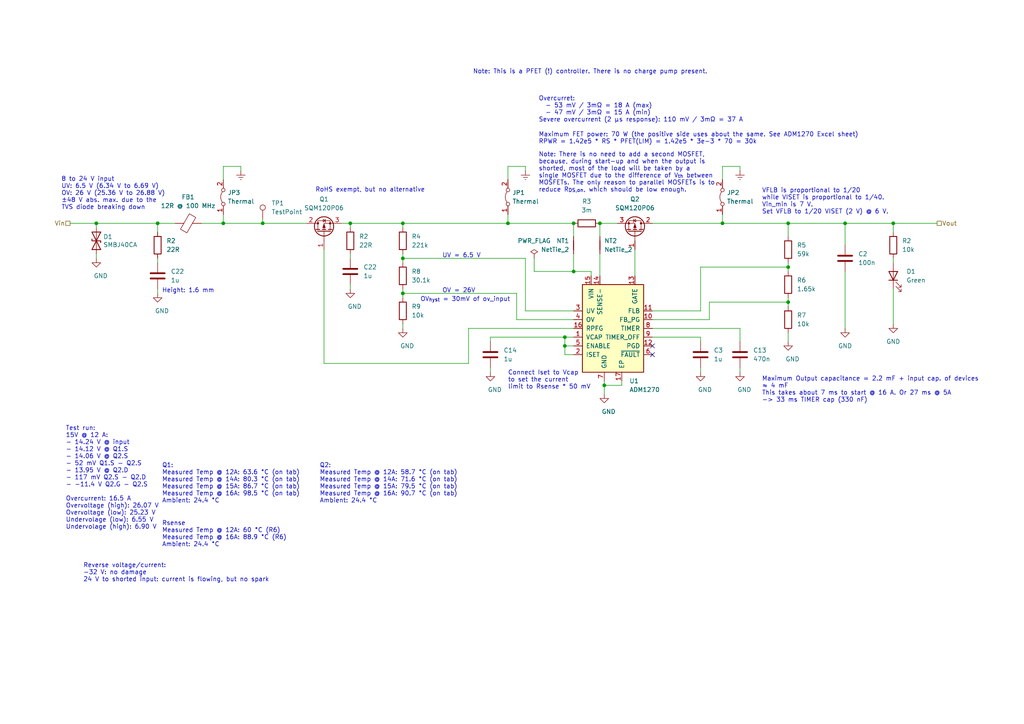
<source format=kicad_sch>
(kicad_sch (version 20230121) (generator eeschema)
  (paper "A4")
  (title_block (title "Positive rail input protection") (date "2023-11-21") (rev "2.1.0") (comment 1 "Copyright (©) 2023, Patrick Baus <patrick.baus@physik.tu-darmstadt.de>") (comment 2 "Licensed under CERN OHL v.1.2"))
  (lib_symbols
    (symbol "ADI:ADM1270ACPZ" (pin_names (offset 1.016))
      (property "Reference" "U" (at -8.89 -15.24 0))
      (property "Value" "ADM1270" (at 2.54 -15.24 0))
      (symbol "ADM1270ACPZ_0_1"
        (rectangle (start -8.89 12.7) (end 8.89 -12.7) (stroke (width 0.254)) (fill (type background)))
      )
      (symbol "ADM1270ACPZ_1_0"
        (pin power_in line (at 2.54 -15.24 90) (length 2.54) (name "EP") (number "17"))
        (pin power_in line (at -2.54 -15.24 90) (length 2.54) (name "GND") (number "7"))
      )
      (symbol "ADM1270ACPZ_1_1"
        (pin power_out line (at -11.43 -2.54 0) (length 2.54) (name "VCAP") (number "1"))
        (pin input line (at 11.43 2.54 180) (length 2.54) (name "FB_PG") (number "10"))
        (pin input line (at 11.43 5.08 180) (length 2.54) (name "FLB") (number "11"))
        (pin open_collector line (at 11.43 -5.08 180) (length 2.54) (name "PGD") (number "12"))
        (pin output line (at 6.35 15.24 270) (length 2.54) (name "GATE") (number "13"))
        (pin input line (at -3.81 15.24 270) (length 2.54) (name "SENSE-") (number "14"))
        (pin power_in line (at -6.35 15.24 270) (length 2.54) (name "VIN") (number "15"))
        (pin output line (at -11.43 0 0) (length 2.54) (name "RPFG") (number "16"))
        (pin input line (at -11.43 -7.62 0) (length 2.54) (name "ISET") (number "2"))
        (pin input line (at -11.43 5.08 0) (length 2.54) (name "UV") (number "3"))
        (pin input line (at -11.43 2.54 0) (length 2.54) (name "OV") (number "4"))
        (pin input line (at -11.43 -5.08 0) (length 2.54) (name "ENABLE") (number "5"))
        (pin open_collector line (at 11.43 -7.62 180) (length 2.54) (name "~{FAULT}") (number "6"))
        (pin input line (at 11.43 0 180) (length 2.54) (name "TIMER") (number "8"))
        (pin input line (at 11.43 -2.54 180) (length 2.54) (name "TIMER_OFF") (number "9"))
      )
    )
    (symbol "Connector:TestPoint" (pin_numbers hide) (pin_names (offset 0.762) hide)
      (property "Reference" "TP" (at 0 6.858 0))
      (property "Value" "TestPoint" (at 0 5.08 0))
      (symbol "TestPoint_0_1"
        (circle (center 0 3.302) (radius 0.762))
      )
      (symbol "TestPoint_1_1"
        (pin passive line (at 0 0 90) (length 2.54) (name "1") (number "1"))
      )
    )
    (symbol "Device:C" (pin_numbers hide) (pin_names (offset 0.254))
      (property "Reference" "C" (at 0.635 2.54 0))
      (property "Value" "C" (at 0.635 -2.54 0))
      (symbol "C_0_1"
        (polyline (pts (xy -2.032 -0.762) (xy 2.032 -0.762)) (stroke (width 0.508)))
        (polyline (pts (xy -2.032 0.762) (xy 2.032 0.762)) (stroke (width 0.508)))
      )
      (symbol "C_1_1"
        (pin passive line (at 0 3.81 270) (length 2.794) (name "~") (number "1"))
        (pin passive line (at 0 -3.81 90) (length 2.794) (name "~") (number "2"))
      )
    )
    (symbol "Device:D_TVS" (pin_numbers hide) (pin_names (offset 1.016) hide)
      (property "Reference" "D" (at 0 2.54 0))
      (property "Value" "D_TVS" (at 0 -2.54 0))
      (symbol "D_TVS_0_1"
        (polyline (pts (xy 1.27 0) (xy -1.27 0)))
        (polyline (pts (xy 0.508 1.27) (xy 0 1.27) (xy 0 -1.27) (xy -0.508 -1.27)) (stroke (width 0.254)))
        (polyline (pts (xy -2.54 1.27) (xy -2.54 -1.27) (xy 2.54 1.27) (xy 2.54 -1.27) (xy -2.54 1.27)) (stroke (width 0.254)))
      )
      (symbol "D_TVS_1_1"
        (pin passive line (at -3.81 0 0) (length 2.54) (name "A1") (number "1"))
        (pin passive line (at 3.81 0 180) (length 2.54) (name "A2") (number "2"))
      )
    )
    (symbol "Device:FerriteBead" (pin_numbers hide) (pin_names (offset 0))
      (property "Reference" "FB" (at -3.81 0.635 90))
      (property "Value" "FerriteBead" (at 3.81 0 90))
      (symbol "FerriteBead_0_1"
        (polyline (pts (xy 0 -1.27) (xy 0 -1.2192)))
        (polyline (pts (xy 0 1.27) (xy 0 1.2954)))
        (polyline (pts (xy -2.7686 0.4064) (xy -1.7018 2.2606) (xy 2.7686 -0.3048) (xy 1.6764 -2.159) (xy -2.7686 0.4064)))
      )
      (symbol "FerriteBead_1_1"
        (pin passive line (at 0 3.81 270) (length 2.54) (name "~") (number "1"))
        (pin passive line (at 0 -3.81 90) (length 2.54) (name "~") (number "2"))
      )
    )
    (symbol "Device:LED" (pin_numbers hide) (pin_names (offset 1.016) hide)
      (property "Reference" "D" (at 0 2.54 0))
      (property "Value" "LED" (at 0 -2.54 0))
      (symbol "LED_0_1"
        (polyline (pts (xy -1.27 -1.27) (xy -1.27 1.27)) (stroke (width 0.254)))
        (polyline (pts (xy -1.27 0) (xy 1.27 0)))
        (polyline (pts (xy 1.27 -1.27) (xy 1.27 1.27) (xy -1.27 0) (xy 1.27 -1.27)) (stroke (width 0.254)))
        (polyline (pts (xy -3.048 -0.762) (xy -4.572 -2.286) (xy -3.81 -2.286) (xy -4.572 -2.286) (xy -4.572 -1.524)))
        (polyline (pts (xy -1.778 -0.762) (xy -3.302 -2.286) (xy -2.54 -2.286) (xy -3.302 -2.286) (xy -3.302 -1.524)))
      )
      (symbol "LED_1_1"
        (pin passive line (at -3.81 0 0) (length 2.54) (name "K") (number "1"))
        (pin passive line (at 3.81 0 180) (length 2.54) (name "A") (number "2"))
      )
    )
    (symbol "Device:NetTie_2" (pin_numbers hide) (pin_names (offset 0) hide) (in_bom no)
      (property "Reference" "NT" (at 0 1.27 0))
      (property "Value" "NetTie_2" (at 0 -1.27 0))
      (symbol "NetTie_2_0_1"
        (polyline (pts (xy -1.27 0) (xy 1.27 0)) (stroke (width 0.254)))
      )
      (symbol "NetTie_2_1_1"
        (pin passive line (at -2.54 0 0) (length 2.54) (name "1") (number "1"))
        (pin passive line (at 2.54 0 180) (length 2.54) (name "2") (number "2"))
      )
    )
    (symbol "Device:Q_PMOS_GDS" (pin_names (offset 0) hide)
      (property "Reference" "Q" (at 5.08 1.27 0))
      (property "Value" "Q_PMOS_GDS" (at 5.08 -1.27 0))
      (symbol "Q_PMOS_GDS_0_1"
        (polyline (pts (xy 0.254 0) (xy -2.54 0)))
        (polyline (pts (xy 0.254 1.905) (xy 0.254 -1.905)) (stroke (width 0.254)))
        (polyline (pts (xy 0.762 -1.27) (xy 0.762 -2.286)) (stroke (width 0.254)))
        (polyline (pts (xy 0.762 0.508) (xy 0.762 -0.508)) (stroke (width 0.254)))
        (polyline (pts (xy 0.762 2.286) (xy 0.762 1.27)) (stroke (width 0.254)))
        (polyline (pts (xy 2.54 2.54) (xy 2.54 1.778)))
        (polyline (pts (xy 2.54 -2.54) (xy 2.54 0) (xy 0.762 0)))
        (polyline (pts (xy 0.762 1.778) (xy 3.302 1.778) (xy 3.302 -1.778) (xy 0.762 -1.778)))
        (polyline (pts (xy 2.286 0) (xy 1.27 0.381) (xy 1.27 -0.381) (xy 2.286 0)) (fill (type outline)))
        (polyline (pts (xy 2.794 -0.508) (xy 2.921 -0.381) (xy 3.683 -0.381) (xy 3.81 -0.254)))
        (polyline (pts (xy 3.302 -0.381) (xy 2.921 0.254) (xy 3.683 0.254) (xy 3.302 -0.381)))
        (circle (center 1.651 0) (radius 2.794) (stroke (width 0.254)))
        (circle (center 2.54 -1.778) (radius 0.254) (fill (type outline)))
        (circle (center 2.54 1.778) (radius 0.254) (fill (type outline)))
      )
      (symbol "Q_PMOS_GDS_1_1"
        (pin input line (at -5.08 0 0) (length 2.54) (name "G") (number "1"))
        (pin passive line (at 2.54 5.08 270) (length 2.54) (name "D") (number "2"))
        (pin passive line (at 2.54 -5.08 90) (length 2.54) (name "S") (number "3"))
      )
    )
    (symbol "Device:R" (pin_numbers hide) (pin_names (offset 0))
      (property "Reference" "R" (at 2.032 0 90))
      (property "Value" "R" (at 0 0 90))
      (symbol "R_0_1"
        (rectangle (start -1.016 -2.54) (end 1.016 2.54) (stroke (width 0.254)))
      )
      (symbol "R_1_1"
        (pin passive line (at 0 3.81 270) (length 1.27) (name "~") (number "1"))
        (pin passive line (at 0 -3.81 90) (length 1.27) (name "~") (number "2"))
      )
    )
    (symbol "Jumper:Jumper_2_Bridged" (pin_names (offset 0) hide)
      (property "Reference" "JP" (at 0 1.905 0))
      (property "Value" "Jumper_2_Bridged" (at 0 -2.54 0))
      (symbol "Jumper_2_Bridged_0_0"
        (circle (center -2.032 0) (radius 0.508))
        (circle (center 2.032 0) (radius 0.508))
      )
      (symbol "Jumper_2_Bridged_0_1"
        (arc (start 1.524 0.254) (mid 0 0.762) (end -1.524 0.254))
      )
      (symbol "Jumper_2_Bridged_1_1"
        (pin passive line (at -5.08 0 0) (length 2.54) (name "A") (number "1"))
        (pin passive line (at 5.08 0 180) (length 2.54) (name "B") (number "2"))
      )
    )
    (symbol "power:Earth" (power) (pin_names (offset 0))
      (symbol "Earth_0_1"
        (polyline (pts (xy -0.635 -1.905) (xy 0.635 -1.905)))
        (polyline (pts (xy -0.127 -2.54) (xy 0.127 -2.54)))
        (polyline (pts (xy 0 -1.27) (xy 0 0)))
        (polyline (pts (xy 1.27 -1.27) (xy -1.27 -1.27)))
      )
      (symbol "Earth_1_1"
        (pin power_in line (at 0 0 270) (length 0) hide (name "Earth") (number "1"))
      )
    )
    (symbol "power:GND" (power) (pin_names (offset 0))
      (property "Value" "GND" (at 0 -3.81 0))
      (symbol "GND_0_1"
        (polyline (pts (xy 0 0) (xy 0 -1.27) (xy 1.27 -1.27) (xy 0 -2.54) (xy -1.27 -1.27) (xy 0 -1.27)))
      )
      (symbol "GND_1_1"
        (pin power_in line (at 0 0 270) (length 0) hide (name "GND") (number "1"))
      )
    )
    (symbol "power:PWR_FLAG" (power) (pin_numbers hide) (pin_names (offset 0) hide)
      (property "Value" "PWR_FLAG" (at 0 3.81 0))
      (symbol "PWR_FLAG_0_0"
        (pin power_out line (at 0 0 90) (length 0) (name "pwr") (number "1"))
      )
      (symbol "PWR_FLAG_0_1"
        (polyline (pts (xy 0 0) (xy 0 1.27) (xy -1.016 1.905) (xy 0 2.54) (xy 1.016 1.905) (xy 0 1.27)))
      )
    )
  )
  (junction (at 76.2 64.77))
  (junction (at 228.6 77.47))
  (junction (at 228.6 64.77))
  (junction (at 228.6 87.63))
  (junction (at 166.37 78.74))
  (junction (at 259.08 64.77))
  (junction (at 209.55 64.77))
  (junction (at 173.99 64.77))
  (junction (at 45.72 64.77))
  (junction (at 166.37 64.77))
  (junction (at 245.11 64.77))
  (junction (at 116.84 85.09))
  (junction (at 163.83 100.33))
  (junction (at 101.6 64.77))
  (junction (at 175.26 111.76))
  (junction (at 27.94 64.77))
  (junction (at 147.32 64.77))
  (junction (at 163.83 97.79))
  (junction (at 64.77 64.77))
  (junction (at 116.84 64.77))
  (junction (at 116.84 74.93))
  (no_connect (at 189.23 102.87))
  (no_connect (at 189.23 100.33))
  (wire (pts (xy 163.83 100.33) (xy 163.83 102.87)))
  (wire (pts (xy 203.2 97.79) (xy 203.2 99.06)))
  (wire (pts (xy 189.23 97.79) (xy 203.2 97.79)))
  (wire (pts (xy 64.77 62.23) (xy 64.77 64.77)))
  (wire (pts (xy 27.94 73.66) (xy 27.94 74.93)))
  (wire (pts (xy 163.83 102.87) (xy 166.37 102.87)))
  (wire (pts (xy 152.4 74.93) (xy 116.84 74.93)))
  (wire (pts (xy 173.99 64.77) (xy 173.99 68.58)))
  (wire (pts (xy 209.55 62.23) (xy 209.55 64.77)))
  (wire (pts (xy 58.42 64.77) (xy 64.77 64.77)))
  (wire (pts (xy 116.84 64.77) (xy 147.32 64.77)))
  (wire (pts (xy 214.63 48.26) (xy 209.55 48.26)))
  (wire (pts (xy 45.72 64.77) (xy 45.72 67.31)))
  (wire (pts (xy 152.4 49.53) (xy 152.4 48.26)))
  (wire (pts (xy 163.83 97.79) (xy 163.83 100.33)))
  (wire (pts (xy 209.55 64.77) (xy 228.6 64.77)))
  (wire (pts (xy 173.99 73.66) (xy 173.99 80.01)))
  (wire (pts (xy 203.2 77.47) (xy 203.2 90.17)))
  (wire (pts (xy 175.26 111.76) (xy 175.26 114.3)))
  (wire (pts (xy 203.2 106.68) (xy 203.2 107.95)))
  (wire (pts (xy 93.98 72.39) (xy 93.98 105.41)))
  (wire (pts (xy 142.24 97.79) (xy 142.24 99.06)))
  (wire (pts (xy 166.37 92.71) (xy 149.86 92.71)))
  (wire (pts (xy 149.86 92.71) (xy 149.86 85.09)))
  (wire (pts (xy 45.72 64.77) (xy 50.8 64.77)))
  (wire (pts (xy 101.6 82.55) (xy 101.6 83.82)))
  (wire (pts (xy 116.84 85.09) (xy 116.84 86.36)))
  (wire (pts (xy 228.6 87.63) (xy 228.6 88.9)))
  (wire (pts (xy 228.6 76.2) (xy 228.6 77.47)))
  (wire (pts (xy 214.63 95.25) (xy 214.63 99.06)))
  (wire (pts (xy 214.63 106.68) (xy 214.63 107.95)))
  (wire (pts (xy 259.08 64.77) (xy 271.78 64.77)))
  (wire (pts (xy 149.86 85.09) (xy 116.84 85.09)))
  (wire (pts (xy 189.23 95.25) (xy 214.63 95.25)))
  (wire (pts (xy 152.4 48.26) (xy 147.32 48.26)))
  (wire (pts (xy 245.11 64.77) (xy 259.08 64.77)))
  (wire (pts (xy 180.34 111.76) (xy 180.34 110.49)))
  (wire (pts (xy 259.08 83.82) (xy 259.08 93.98)))
  (wire (pts (xy 147.32 62.23) (xy 147.32 64.77)))
  (wire (pts (xy 45.72 83.82) (xy 45.72 85.09)))
  (wire (pts (xy 147.32 64.77) (xy 166.37 64.77)))
  (wire (pts (xy 142.24 97.79) (xy 163.83 97.79)))
  (wire (pts (xy 45.72 76.2) (xy 45.72 74.93)))
  (wire (pts (xy 166.37 78.74) (xy 171.45 78.74)))
  (wire (pts (xy 135.89 105.41) (xy 135.89 95.25)))
  (wire (pts (xy 166.37 100.33) (xy 163.83 100.33)))
  (wire (pts (xy 259.08 74.93) (xy 259.08 76.2)))
  (wire (pts (xy 228.6 64.77) (xy 245.11 64.77)))
  (wire (pts (xy 228.6 77.47) (xy 203.2 77.47)))
  (wire (pts (xy 209.55 48.26) (xy 209.55 52.07)))
  (wire (pts (xy 166.37 78.74) (xy 154.94 78.74)))
  (wire (pts (xy 163.83 97.79) (xy 166.37 97.79)))
  (wire (pts (xy 116.84 73.66) (xy 116.84 74.93)))
  (wire (pts (xy 203.2 90.17) (xy 189.23 90.17)))
  (wire (pts (xy 101.6 74.93) (xy 101.6 73.66)))
  (wire (pts (xy 245.11 64.77) (xy 245.11 71.12)))
  (wire (pts (xy 99.06 64.77) (xy 101.6 64.77)))
  (wire (pts (xy 184.15 72.39) (xy 184.15 80.01)))
  (wire (pts (xy 166.37 64.77) (xy 166.37 68.58)))
  (wire (pts (xy 69.85 49.53) (xy 69.85 48.26)))
  (wire (pts (xy 228.6 86.36) (xy 228.6 87.63)))
  (wire (pts (xy 171.45 78.74) (xy 171.45 80.01)))
  (wire (pts (xy 76.2 64.77) (xy 88.9 64.77)))
  (wire (pts (xy 152.4 90.17) (xy 152.4 74.93)))
  (wire (pts (xy 27.94 64.77) (xy 45.72 64.77)))
  (wire (pts (xy 205.74 92.71) (xy 205.74 87.63)))
  (wire (pts (xy 147.32 48.26) (xy 147.32 52.07)))
  (wire (pts (xy 93.98 105.41) (xy 135.89 105.41)))
  (wire (pts (xy 228.6 96.52) (xy 228.6 99.06)))
  (wire (pts (xy 154.94 78.74) (xy 154.94 74.93)))
  (wire (pts (xy 116.84 74.93) (xy 116.84 76.2)))
  (wire (pts (xy 135.89 95.25) (xy 166.37 95.25)))
  (wire (pts (xy 228.6 64.77) (xy 228.6 68.58)))
  (wire (pts (xy 116.84 93.98) (xy 116.84 95.25)))
  (wire (pts (xy 76.2 63.5) (xy 76.2 64.77)))
  (wire (pts (xy 101.6 66.04) (xy 101.6 64.77)))
  (wire (pts (xy 27.94 64.77) (xy 27.94 66.04)))
  (wire (pts (xy 116.84 64.77) (xy 116.84 66.04)))
  (wire (pts (xy 166.37 73.66) (xy 166.37 78.74)))
  (wire (pts (xy 228.6 77.47) (xy 228.6 78.74)))
  (wire (pts (xy 64.77 48.26) (xy 64.77 52.07)))
  (wire (pts (xy 142.24 106.68) (xy 142.24 107.95)))
  (wire (pts (xy 166.37 90.17) (xy 152.4 90.17)))
  (wire (pts (xy 189.23 64.77) (xy 209.55 64.77)))
  (wire (pts (xy 175.26 110.49) (xy 175.26 111.76)))
  (wire (pts (xy 214.63 49.53) (xy 214.63 48.26)))
  (wire (pts (xy 189.23 92.71) (xy 205.74 92.71)))
  (wire (pts (xy 116.84 83.82) (xy 116.84 85.09)))
  (wire (pts (xy 175.26 111.76) (xy 180.34 111.76)))
  (wire (pts (xy 69.85 48.26) (xy 64.77 48.26)))
  (wire (pts (xy 64.77 64.77) (xy 76.2 64.77)))
  (wire (pts (xy 205.74 87.63) (xy 228.6 87.63)))
  (wire (pts (xy 245.11 78.74) (xy 245.11 95.25)))
  (wire (pts (xy 259.08 64.77) (xy 259.08 67.31)))
  (wire (pts (xy 20.32 64.77) (xy 27.94 64.77)))
  (wire (pts (xy 101.6 64.77) (xy 116.84 64.77)))
  (wire (pts (xy 173.99 64.77) (xy 179.07 64.77)))
  (text "\nQ2:\nMeasured Temp @ 12A: 58.7 °C (on tab)\nMeasured Temp @ 14A: 71.6 °C (on tab)\nMeasured Temp @ 15A: 79.5 °C (on tab)\nMeasured Temp @ 16A: 90.7 °C (on tab)\nAmbient: 24.4 °C" (at 92.71 146.05 0) (effects (font (size 1.27 1.27)) (justify left bottom)))
  (text "OV = 26V" (at 128.27 85.09 0) (effects (font (size 1.27 1.27)) (justify left bottom)))
  (text "OV_{hyst} = 30mV of ov_input" (at 121.92 87.63 0) (effects (font (size 1.27 1.27)) (justify left bottom)))
  (text "8 to 24 V input\nUV: 6.5 V (6.34 V to 6.69 V)\nOV: 26 V (25.36 V to 26.88 V)\n±48 V abs. max. due to the\nTVS diode breaking down" (at 17.78 60.96 0) (effects (font (size 1.27 1.27)) (justify left bottom)))
  (text "Height: 1.6 mm" (at 46.99 85.09 0) (effects (font (size 1.27 1.27)) (justify left bottom)))
  (text "Maximum FET power: 70 W (the positive side uses about the same. See ADM1270 Excel sheet)\nRPWR = 1.42e5 * RS * PFET(LIM) = 1.42e5 * 3e-3 * 70 = 30k" (at 156.21 41.91 0) (effects (font (size 1.27 1.27)) (justify left bottom)))
  (text "Maximum Output capacitance = 2.2 mF + input cap. of devices\n≈ 4 mF\nThis takes about 7 ms to start @ 16 A. Or 27 ms @ 5A\n-> 33 ms TIMER cap (330 nF)" (at 220.98 116.84 0) (effects (font (size 1.27 1.27)) (justify left bottom)))
  (text "Q1:\nMeasured Temp @ 12A: 63.6 °C (on tab)\nMeasured Temp @ 14A: 80.3 °C (on tab)\nMeasured Temp @ 15A: 86.7 °C (on tab)\nMeasured Temp @ 16A: 98.5 °C (on tab)\nAmbient: 24.4 °C" (at 46.99 146.05 0) (effects (font (size 1.27 1.27)) (justify left bottom)))
  (text "RoHS exempt, but no alternative" (at 91.44 55.88 0) (effects (font (size 1.27 1.27)) (justify left bottom)))
  (text "Note: There is no need to add a second MOSFET,\nbecause, during start-up and when the output is\nshorted, most of the load will be taken by a\nsingle MOSFET due to the difference of V_{th} between\nMOSFETs. The only reason to parallel MOSFETs is to\nreduce R_{DS,on}, which should be low enough." (at 156.21 55.88 0) (effects (font (size 1.27 1.27)) (justify left bottom)))
  (text "UV = 6.5 V" (at 128.27 74.93 0) (effects (font (size 1.27 1.27)) (justify left bottom)))
  (text "Rsense\nMeasured Temp @ 12A: 60 °C (R6)\nMeasured Temp @ 16A: 88.9 °C (R6)\nAmbient: 24.4 °C" (at 46.99 158.75 0) (effects (font (size 1.27 1.27)) (justify left bottom)))
  (text "Note: This is a PFET (!) controller. There is no charge pump present." (at 137.16 21.59 0) (effects (font (size 1.27 1.27)) (justify left bottom)))
  (text "Test run:\n15V @ 12 A:\n- 14.24 V @ input\n- 14.12 V @ Q1.S\n- 14.06 V @ Q2.S\n- 52 mV Q1.S - Q2.S\n- 13.95 V @ Q2.D\n- 117 mV Q2.S - Q2.D\n- -11.4 V Q2.G - Q2.S\n\nOvercurrent: 16.5 A\nOvervoltage (high): 26.07 V\nOvervoltage (low): 25.23 V\nUndervolage (low): 6.55 V\nUndervolage (high): 6.90 V" (at 19.05 153.67 0) (effects (font (size 1.27 1.27)) (justify left bottom)))
  (text "Connect Iset to Vcap\nto set the current\nlimit to Rsense * 50 mV" (at 147.32 113.03 0) (effects (font (size 1.27 1.27)) (justify left bottom)))
  (text "Overcurret:\n  - 53 mV / 3mΩ = 18 A (max)\n  - 47 mV / 3mΩ = 15 A (min)\nSevere overcurrent (2 µs response): 110 mV / 3mΩ = 37 A" (at 156.21 35.56 0) (effects (font (size 1.27 1.27)) (justify left bottom)))
  (text "Reverse voltage/current:\n-32 V: no damage\n24 V to shorted input: current is flowing, but no spark" (at 24.13 168.91 0) (effects (font (size 1.27 1.27)) (justify left bottom)))
  (text "VFLB is proportional to 1/20\nwhile VISET is proportional to 1/40.\nVin_min is 7 V.\nSet VFLB to 1/20 VISET (2 V) @ 6 V." (at 220.98 62.23 0) (effects (font (size 1.27 1.27)) (justify left bottom)))
  (hierarchical_label "Vout" (shape passive) (at 271.78 64.77 0))
  (hierarchical_label "Vin" (shape passive) (at 20.32 64.77 180))
  (symbol (lib_id "Device:R") (at 116.84 80.01 0) (unit 1)
    (property "Reference" "R8" (at 119.38 78.74 0) (effects (justify left)))
    (property "Value" "30.1k" (at 119.38 81.28 0) (effects (justify left)))
    (property "Footprint" "Resistor_SMD:R_0805_2012Metric" (effects hide))
    (property "MFN" "Vishay" (effects hide))
    (property "PN" "CRCW080530K1FKEA" (effects hide))
    (property "Temperature" "Tstorage = –55 °C to 155 °C" (effects hide))
    (property "RoHS" "By exemption" (effects hide))
    (property "Note" "1%, 150 V" (effects hide))
  )
  (symbol (lib_id "Device:D_TVS") (at 27.94 69.85 270) (unit 1)
    (property "Reference" "D1" (at 29.9466 68.6816 90) (effects (justify left)))
    (property "Value" "SMBJ40CA" (at 29.9466 70.993 90) (effects (justify left)))
    (property "Footprint" "Diode_SMD:D_SMB" (effects hide))
    (property "MFN" "Littlefuse" (effects hide))
    (property "PN" "SZ1SMB40CAT3G" (effects hide))
    (property "Temperature" "Tstorage = –55 °C to 150 °C" (effects hide))
    (property "RoHS" "Yes" (effects hide))
    (instances (project "main" (path "" (reference "D1") (unit 1)) (path "" (reference "D2") (unit 1)) (path "" (reference "D2") (unit 1))) (project "main" (path "" (reference "D7") (unit 1))))
  )
  (symbol (lib_id "Device:LED") (at 259.08 80.01 90) (unit 1)
    (property "Reference" "D1" (at 262.89 78.74 90) (effects (justify right)))
    (property "Value" "Green" (at 262.89 81.28 90) (effects (justify right)))
    (property "Footprint" "LED_SMD:LED_0603_1608Metric" (effects hide))
    (property "MFN" "Osram" (effects hide))
    (property "PN" "LG L29K-G2J1-24" (effects hide))
    (property "Temperature" "Tstorage = –40 °C to 100 °C" (effects hide))
    (property "RoHS" "Yes" (effects hide))
    (instances (project "main" (path "" (reference "D1") (unit 1)) (path "" (reference "D13") (unit 1))) (project "main" (path "" (reference "D1") (unit 1))))
  )
  (symbol (lib_id "Device:C") (at 45.72 80.01 0) (unit 1)
    (property "Reference" "C22" (at 49.53 78.74 0) (effects (justify left)))
    (property "Value" "1u" (at 49.53 81.28 0) (effects (justify left)))
    (property "Footprint" "Capacitor_SMD:C_1206_3216Metric" (effects hide))
    (property "MFN" "Kemet" (effects hide))
    (property "PN" "C1206C105K1RACAUTO" (effects hide))
    (property "Note" ">= 100 V, Height <=2.3 mm" (effects hide))
    (property "Temperature" "Tstorage = –55 °C to 155 °C" (effects hide))
    (property "RoHS" "Yes" (effects hide))
    (property "digikey#" "399-13374-1-ND" (effects hide))
    (instances (project "main" (path "" (reference "C22") (unit 1)) (path "" (reference "C15") (unit 1)) (path "" (reference "C23") (unit 1))) (project "main" (path "" (reference "C25") (unit 1))))
  )
  (symbol (lib_id "power:GND") (at 45.72 85.09 0) (unit 1)
    (property "Reference" "#PWR?" (effects hide))
    (property "Value" "GND" (at 46.99 90.17 0))
    (instances (project "main" (path "" (reference "#PWR?") (unit 1)) (path "" (reference "#PWR?") (unit 1)) (path "" (reference "#PWR031") (unit 1)) (path "" (reference "#PWR031") (unit 1)) (path "" (reference "#PWR040") (unit 1))))
  )
  (symbol (lib_id "power:GND") (at 245.11 95.25 0) (unit 1)
    (property "Reference" "#PWR040" (effects hide))
    (property "Value" "GND" (at 245.11 100.33 0))
    (instances (project "main" (path "" (reference "#PWR040") (unit 1)) (path "" (reference "#PWR046") (unit 1))))
  )
  (symbol (lib_id "Device:R") (at 259.08 71.12 0) (unit 1)
    (property "Reference" "R2" (at 261.62 69.85 0) (effects (justify left)))
    (property "Value" "10k" (at 261.62 72.39 0) (effects (justify left)))
    (property "Footprint" "Resistor_SMD:R_0805_2012Metric" (effects hide))
    (property "MFN" "Vishay" (effects hide))
    (property "PN" "CRCW080510K0FKEA" (effects hide))
    (property "Note" "1%, 150 V" (effects hide))
    (property "Temperature" "Tstorage = –55 °C to 155 °C" (effects hide))
    (property "RoHS" "By exemption" (effects hide))
    (instances (project "main" (path "" (reference "R2") (unit 1)) (path "" (reference "R22") (unit 1))) (project "main" (path "" (reference "R3") (unit 1))))
  )
  (symbol (lib_id "Device:FerriteBead") (at 54.61 64.77 90) (unit 1)
    (property "Reference" "FB1" (at 54.5592 57.15 90))
    (property "Value" "12R @ 100 MHz" (at 54.5592 59.69 90))
    (property "Footprint" "Inductor_SMD:L_1210_3225Metric" (effects hide))
    (property "MFN" "Murata" (effects hide))
    (property "PN" "BLE32SN120BH1L" (effects hide))
    (property "Alternative" "Murata BLE32SN120SH1L" (effects hide))
    (property "Temperature" "Tstorage = –55 °C to 150 °C" (effects hide))
    (property "RoHS" "Yes" (effects hide))
  )
  (symbol (lib_id "power:GND") (at 259.08 93.98 0) (unit 1)
    (property "Reference" "#PWR037" (effects hide))
    (property "Value" "GND" (at 259.08 99.06 0))
    (instances (project "main" (path "" (reference "#PWR037") (unit 1)) (path "" (reference "#PWR046") (unit 1))))
  )
  (symbol (lib_id "Device:C") (at 245.11 74.93 0) (unit 1)
    (property "Reference" "C2" (at 248.92 73.66 0) (effects (justify left)))
    (property "Value" "100n" (at 248.92 76.2 0) (effects (justify left)))
    (property "Footprint" "Capacitor_SMD:C_0805_2012Metric" (effects hide))
    (property "MFN" "Kemet" (effects hide))
    (property "PN" "C0805C104K1RACAUTO" (effects hide))
    (property "Temperature" "Tstorage = –55 °C to 155 °C" (effects hide))
    (property "RoHS" "Yes" (effects hide))
    (property "digikey#" "399-6926-1-ND" (effects hide))
  )
  (symbol (lib_id "power:GND") (at 214.63 107.95 0) (unit 1)
    (property "Reference" "#PWR?" (effects hide))
    (property "Value" "GND" (at 215.9 113.03 0))
    (instances (project "main" (path "" (reference "#PWR?") (unit 1)) (path "" (reference "#PWR?") (unit 1)) (path "" (reference "#PWR031") (unit 1)) (path "" (reference "#PWR035") (unit 1)) (path "" (reference "#PWR042") (unit 1))))
  )
  (symbol (lib_id "power:Earth") (at 152.4 49.53 0) (unit 1)
    (property "Reference" "#PWR070" (effects hide))
    (property "Value" "Earth" (effects hide))
  )
  (symbol (lib_id "Device:R") (at 228.6 72.39 0) (unit 1)
    (property "Reference" "R5" (at 231.14 71.12 0) (effects (justify left)))
    (property "Value" "59k" (at 231.14 73.66 0) (effects (justify left)))
    (property "Footprint" "Resistor_SMD:R_0805_2012Metric" (effects hide))
    (property "MFN" "Vishay" (effects hide))
    (property "PN" "CRCW080559K0FKEA" (effects hide))
    (property "Note" "1%, 150 V" (effects hide))
    (property "Temperature" "Tstorage = –55 °C to 155 °C" (effects hide))
    (property "RoHS" "By exemption" (effects hide))
  )
  (symbol (lib_id "Device:R") (at 45.72 71.12 0) (unit 1)
    (property "Reference" "R2" (at 48.26 69.85 0) (effects (justify left)))
    (property "Value" "22R" (at 48.26 72.39 0) (effects (justify left)))
    (property "Footprint" "Resistor_SMD:R_1206_3216Metric" (effects hide))
    (property "MFN" "Vishay" (effects hide))
    (property "PN" "RCS120622R0JNEA" (effects hide))
    (property "Note" "500 mW, anti-surge" (effects hide))
    (property "Temperature" "Tstorage = –55 °C to 155 °C" (effects hide))
    (property "RoHS" "By exemption" (effects hide))
    (instances (project "main" (path "" (reference "R2") (unit 1)) (path "" (reference "R10") (unit 1)) (path "" (reference "R3") (unit 1))))
  )
  (symbol (lib_id "Connector:TestPoint") (at 76.2 63.5 0) (unit 1)
    (property "Reference" "TP1" (at 78.74 58.928 0) (effects (justify left)))
    (property "Value" "TestPoint" (at 78.74 61.468 0) (effects (justify left)))
    (property "Footprint" "TestPoint:TestPoint_Pad_D1.5mm" (effects hide))
  )
  (symbol (lib_id "power:PWR_FLAG") (at 154.94 74.93 0) (unit 1)
    (property "Reference" "#FLG01" (effects hide))
    (property "Value" "PWR_FLAG" (at 154.94 69.85 0))
    (instances (project "main" (path "" (reference "#FLG01") (unit 1)) (path "" (reference "#FLG03") (unit 1))))
  )
  (symbol (lib_id "power:GND") (at 27.94 74.93 0) (unit 1)
    (property "Reference" "#PWR?" (effects hide))
    (property "Value" "GND" (at 29.21 80.01 0))
    (instances (project "main" (path "" (reference "#PWR?") (unit 1)) (path "" (reference "#PWR?") (unit 1)) (path "" (reference "#PWR030") (unit 1)) (path "" (reference "#PWR030") (unit 1)) (path "" (reference "#PWR039") (unit 1))))
  )
  (symbol (lib_id "Device:R") (at 228.6 82.55 0) (unit 1)
    (property "Reference" "R6" (at 231.14 81.28 0) (effects (justify left)))
    (property "Value" "1.65k" (at 231.14 83.82 0) (effects (justify left)))
    (property "Footprint" "Resistor_SMD:R_0805_2012Metric" (effects hide))
    (property "MFN" "Vishay" (effects hide))
    (property "PN" "CRCW08051K65FKEA" (effects hide))
    (property "Note" "1%, 150 V" (effects hide))
    (property "Temperature" "Tstorage = –55 °C to 155 °C" (effects hide))
    (property "RoHS" "By exemption" (effects hide))
  )
  (symbol (lib_id "Jumper:Jumper_2_Bridged") (at 209.55 57.15 90) (unit 1)
    (property "Reference" "JP2" (at 210.82 55.88 90) (effects (justify right)))
    (property "Value" "Thermal" (at 210.82 58.42 90) (effects (justify right)))
    (property "Footprint" "Resistor_SMD:R_0612_1632Metric" (effects hide))
    (property "MFN" "Vishay" (effects hide))
    (property "PN" "THJP0612AST1" (effects hide))
    (property "RoHS" "Yes" (effects hide))
    (property "Temperature" "Tstorage = –65 °C to 150 °C" (effects hide))
  )
  (symbol (lib_id "power:Earth") (at 214.63 49.53 0) (unit 1)
    (property "Reference" "#PWR071" (effects hide))
    (property "Value" "Earth" (effects hide))
  )
  (symbol (lib_id "Device:R") (at 101.6 69.85 0) (unit 1)
    (property "Reference" "R2" (at 104.14 68.58 0) (effects (justify left)))
    (property "Value" "22R" (at 104.14 71.12 0) (effects (justify left)))
    (property "Footprint" "Resistor_SMD:R_1206_3216Metric" (effects hide))
    (property "MFN" "Vishay" (effects hide))
    (property "PN" "RCS120622R0JNEA" (effects hide))
    (property "Note" "500 mW, anti-surge" (effects hide))
    (property "Temperature" "Tstorage = –55 °C to 155 °C" (effects hide))
    (property "RoHS" "By exemption" (effects hide))
    (instances (project "main" (path "" (reference "R2") (unit 1)) (path "" (reference "R1") (unit 1)) (path "" (reference "R16") (unit 1))))
  )
  (symbol (lib_id "power:GND") (at 228.6 99.06 0) (unit 1)
    (property "Reference" "#PWR?" (effects hide))
    (property "Value" "GND" (at 229.87 104.14 0))
    (instances (project "main" (path "" (reference "#PWR?") (unit 1)) (path "" (reference "#PWR?") (unit 1)) (path "" (reference "#PWR031") (unit 1)) (path "" (reference "#PWR063") (unit 1)) (path "" (reference "#PWR042") (unit 1))))
  )
  (symbol (lib_id "Device:C") (at 203.2 102.87 0) (unit 1)
    (property "Reference" "C3" (at 207.01 101.6 0) (effects (justify left)))
    (property "Value" "1u" (at 207.01 104.14 0) (effects (justify left)))
    (property "Footprint" "Capacitor_SMD:C_1206_3216Metric" (effects hide))
    (property "MFN" "Kemet" (effects hide))
    (property "PN" "C1206C105K1RACAUTO" (effects hide))
    (property "Temperature" "Tstorage = –55 °C to 155 °C" (effects hide))
    (property "RoHS" "Yes" (effects hide))
    (property "digikey#" "399-13374-1-ND" (effects hide))
  )
  (symbol (lib_id "Device:C") (at 142.24 102.87 0) (unit 1)
    (property "Reference" "C14" (at 146.05 101.6 0) (effects (justify left)))
    (property "Value" "1u" (at 146.05 104.14 0) (effects (justify left)))
    (property "Footprint" "Capacitor_SMD:C_1206_3216Metric" (effects hide))
    (property "MFN" "Kemet" (effects hide))
    (property "PN" "C1206C105K1RACAUTO" (effects hide))
    (property "Temperature" "Tstorage = –55 °C to 155 °C" (effects hide))
    (property "RoHS" "Yes" (effects hide))
    (property "digikey#" "399-13374-1-ND" (effects hide))
  )
  (symbol (lib_id "Device:R") (at 116.84 69.85 0) (unit 1)
    (property "Reference" "R4" (at 119.38 68.58 0) (effects (justify left)))
    (property "Value" "221k" (at 119.38 71.12 0) (effects (justify left)))
    (property "Footprint" "Resistor_SMD:R_0805_2012Metric" (effects hide))
    (property "MFN" "Vishay" (effects hide))
    (property "PN" "CRCW0805221KFKEA" (effects hide))
    (property "Temperature" "Tstorage = –55 °C to 155 °C" (effects hide))
    (property "RoHS" "By exemption" (effects hide))
    (property "Note" "1%, 150 V" (effects hide))
  )
  (symbol (lib_id "power:GND") (at 101.6 83.82 0) (unit 1)
    (property "Reference" "#PWR?" (effects hide))
    (property "Value" "GND" (at 102.87 88.9 0))
    (instances (project "main" (path "" (reference "#PWR?") (unit 1)) (path "" (reference "#PWR?") (unit 1)) (path "" (reference "#PWR031") (unit 1)) (path "" (reference "#PWR038") (unit 1)) (path "" (reference "#PWR042") (unit 1))))
  )
  (symbol (lib_id "power:GND") (at 142.24 107.95 0) (unit 1)
    (property "Reference" "#PWR?" (effects hide))
    (property "Value" "GND" (at 143.51 113.03 0))
    (instances (project "main" (path "" (reference "#PWR?") (unit 1)) (path "" (reference "#PWR?") (unit 1)) (path "" (reference "#PWR031") (unit 1)) (path "" (reference "#PWR036") (unit 1)) (path "" (reference "#PWR042") (unit 1))))
  )
  (symbol (lib_id "Device:NetTie_2") (at 166.37 71.12 270) (mirror x) (unit 1) (in_bom no)
    (property "Reference" "NT1" (at 165.1 69.85 90) (effects (justify right)))
    (property "Value" "NetTie_2" (at 165.1 72.39 90) (effects (justify right)))
    (property "Footprint" "Custom_footprints:NET-TIE-0.20mm" (effects hide))
  )
  (symbol (lib_id "power:GND") (at 203.2 107.95 0) (unit 1)
    (property "Reference" "#PWR?" (effects hide))
    (property "Value" "GND" (at 204.47 113.03 0))
    (instances (project "main" (path "" (reference "#PWR?") (unit 1)) (path "" (reference "#PWR?") (unit 1)) (path "" (reference "#PWR031") (unit 1)) (path "" (reference "#PWR034") (unit 1)) (path "" (reference "#PWR042") (unit 1))))
  )
  (symbol (lib_id "power:Earth") (at 69.85 49.53 0) (unit 1)
    (property "Reference" "#PWR069" (effects hide))
    (property "Value" "Earth" (effects hide))
  )
  (symbol (lib_id "Device:Q_PMOS_GDS") (at 93.98 67.31 90) (unit 1)
    (property "Reference" "Q1" (at 93.98 57.785 90))
    (property "Value" "SQM120P06" (at 93.98 60.325 90))
    (property "Footprint" "Package_TO_SOT_SMD:TO-263-2" (effects hide))
    (property "MFN" "Vishay" (effects hide))
    (property "PN" "SQM120P06-07L" (effects hide))
    (property "Note" "Vds >= 60V" (effects hide))
    (property "Temperature" "Tstorage = –75 °C to 175 °C" (effects hide))
    (property "RoHS" "By exemption" (effects hide))
    (instances (project "main" (path "" (reference "Q1") (unit 1)) (path "" (reference "Q4") (unit 1))))
  )
  (symbol (lib_id "Device:NetTie_2") (at 173.99 71.12 90) (unit 1) (in_bom no)
    (property "Reference" "NT2" (at 175.26 69.85 90) (effects (justify right)))
    (property "Value" "NetTie_2" (at 175.26 72.39 90) (effects (justify right)))
    (property "Footprint" "Custom_footprints:NET-TIE-0.20mm" (effects hide))
  )
  (symbol (lib_id "Jumper:Jumper_2_Bridged") (at 64.77 57.15 90) (unit 1)
    (property "Reference" "JP3" (at 66.04 55.88 90) (effects (justify right)))
    (property "Value" "Thermal" (at 66.04 58.42 90) (effects (justify right)))
    (property "Footprint" "Resistor_SMD:R_0612_1632Metric" (effects hide))
    (property "MFN" "Vishay" (effects hide))
    (property "PN" "THJP0612AST1" (effects hide))
    (property "RoHS" "Yes" (effects hide))
    (property "Temperature" "Tstorage = –65 °C to 150 °C" (effects hide))
  )
  (symbol (lib_id "Device:R") (at 170.18 64.77 90) (unit 1)
    (property "Reference" "R3" (at 170.18 58.42 90))
    (property "Value" "3m" (at 170.18 60.96 90))
    (property "Footprint" "Resistor_SMD:R_2512_6332Metric" (effects hide))
    (property "MFN" "Bourns" (effects hide))
    (property "PN" "CRE2512-FZ-R003E-3" (effects hide))
    (property "Temperature" "Tstorage = –75 °C to 170 °C" (effects hide))
    (property "RoHS" "By exemption" (effects hide))
  )
  (symbol (lib_id "Device:Q_PMOS_GDS") (at 184.15 67.31 270) (mirror x) (unit 1)
    (property "Reference" "Q2" (at 184.15 57.785 90))
    (property "Value" "SQM120P06" (at 184.15 60.325 90))
    (property "Footprint" "Package_TO_SOT_SMD:TO-263-2" (effects hide))
    (property "MFN" "Vishay" (effects hide))
    (property "PN" "SQM120P06-07L" (effects hide))
    (property "Temperature" "Tstorage = –75 °C to 175 °C" (effects hide))
    (property "RoHS" "By exemption" (effects hide))
    (property "Note" "Vds >= 60V" (effects hide))
    (instances (project "main" (path "" (reference "Q2") (unit 1)) (path "" (reference "Q4") (unit 1))))
  )
  (symbol (lib_id "power:GND") (at 175.26 114.3 0) (unit 1)
    (property "Reference" "#PWR?" (effects hide))
    (property "Value" "GND" (at 176.53 119.38 0))
    (instances (project "main" (path "" (reference "#PWR?") (unit 1)) (path "" (reference "#PWR?") (unit 1)) (path "" (reference "#PWR031") (unit 1)) (path "" (reference "#PWR064") (unit 1)) (path "" (reference "#PWR042") (unit 1))))
  )
  (symbol (lib_id "Device:R") (at 116.84 90.17 0) (unit 1)
    (property "Reference" "R9" (at 119.38 88.9 0) (effects (justify left)))
    (property "Value" "10k" (at 119.38 91.44 0) (effects (justify left)))
    (property "Footprint" "Resistor_SMD:R_0805_2012Metric" (effects hide))
    (property "MFN" "Vishay" (effects hide))
    (property "PN" "CRCW080510K0FKEA" (effects hide))
    (property "Temperature" "Tstorage = –55 °C to 155 °C" (effects hide))
    (property "RoHS" "By exemption" (effects hide))
    (property "Note" "1%, 150 V" (effects hide))
  )
  (symbol (lib_id "ADI:ADM1270ACPZ") (at 177.8 95.25 0) (unit 1)
    (property "Reference" "U1" (at 182.5341 110.49 0) (effects (justify left)))
    (property "Value" "ADM1270" (at 182.5341 113.03 0) (effects (justify left)))
    (property "Footprint" "Package_DFN_QFN:QFN-16-1EP_3x3mm_P0.5mm_EP1.45x1.45mm" (effects hide))
    (property "Datasheet" "https://www.analog.com/media/en/technical-documentation/data-sheets/ADM1270.pdf" (effects hide))
    (property "MFN" "Analog Devices" (effects hide))
    (property "PN" "ADM1270ACPZ-R7" (effects hide))
    (property "Alternative" "Analog Devices ADM1270ACPZ-R2" (effects hide))
    (property "Temperature" "Tstorage = –65 °C to 150 °C" (effects hide))
    (property "RoHS" "By exemption" (effects hide))
  )
  (symbol (lib_id "Device:C") (at 214.63 102.87 0) (unit 1)
    (property "Reference" "C13" (at 218.44 101.6 0) (effects (justify left)))
    (property "Value" "470n" (at 218.44 104.14 0) (effects (justify left)))
    (property "Footprint" "Capacitor_SMD:C_1206_3216Metric" (effects hide))
    (property "MFN" "Kemet" (effects hide))
    (property "PN" "C1206C474K1RECAUTO" (effects hide))
    (property "Temperature" "Tstorage = –55 °C to 155 °C" (effects hide))
    (property "RoHS" "Yes" (effects hide))
    (property "digikey#" "399-C1206C474K1RECAUTOCT-ND" (effects hide))
  )
  (symbol (lib_id "power:GND") (at 116.84 95.25 0) (unit 1)
    (property "Reference" "#PWR?" (effects hide))
    (property "Value" "GND" (at 118.11 100.33 0))
    (instances (project "main" (path "" (reference "#PWR?") (unit 1)) (path "" (reference "#PWR?") (unit 1)) (path "" (reference "#PWR031") (unit 1)) (path "" (reference "#PWR033") (unit 1)) (path "" (reference "#PWR042") (unit 1))))
  )
  (symbol (lib_id "Device:R") (at 228.6 92.71 0) (unit 1)
    (property "Reference" "R7" (at 231.14 91.44 0) (effects (justify left)))
    (property "Value" "10k" (at 231.14 93.98 0) (effects (justify left)))
    (property "Footprint" "Resistor_SMD:R_0805_2012Metric" (effects hide))
    (property "MFN" "Vishay" (effects hide))
    (property "PN" "CRCW080510K0FKEA" (effects hide))
    (property "Note" "1%, 150 V" (effects hide))
    (property "Temperature" "Tstorage = –55 °C to 155 °C" (effects hide))
    (property "RoHS" "By exemption" (effects hide))
  )
  (symbol (lib_id "Device:C") (at 101.6 78.74 0) (unit 1)
    (property "Reference" "C22" (at 105.41 77.47 0) (effects (justify left)))
    (property "Value" "1u" (at 105.41 80.01 0) (effects (justify left)))
    (property "Footprint" "Capacitor_SMD:C_1206_3216Metric" (effects hide))
    (property "MFN" "Kemet" (effects hide))
    (property "PN" "C1206C105K1RACAUTO" (effects hide))
    (property "Note" ">= 100 V" (effects hide))
    (property "Temperature" "Tstorage = –55 °C to 155 °C" (effects hide))
    (property "RoHS" "Yes" (effects hide))
    (property "digikey#" "399-13374-1-ND" (effects hide))
    (instances (project "main" (path "" (reference "C22") (unit 1)) (path "" (reference "C1") (unit 1)) (path "" (reference "C28") (unit 1))) (project "main" (path "" (reference "C25") (unit 1))))
  )
  (symbol (lib_id "Jumper:Jumper_2_Bridged") (at 147.32 57.15 90) (unit 1)
    (property "Reference" "JP1" (at 148.59 55.88 90) (effects (justify right)))
    (property "Value" "Thermal" (at 148.59 58.42 90) (effects (justify right)))
    (property "Footprint" "Resistor_SMD:R_0612_1632Metric" (effects hide))
    (property "MFN" "Vishay" (effects hide))
    (property "PN" "THJP0612AST1" (effects hide))
    (property "RoHS" "Yes" (effects hide))
    (property "Temperature" "Tstorage = –65 °C to 150 °C" (effects hide))
  )
)
</source>
